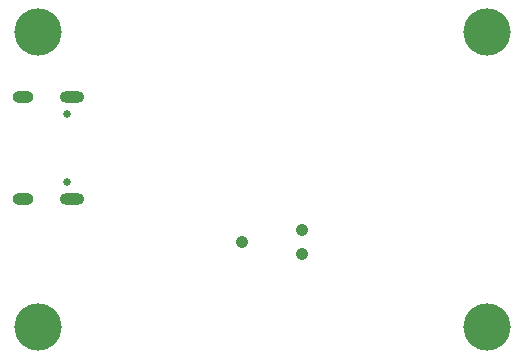
<source format=gbr>
%TF.GenerationSoftware,Altium Limited,Altium Designer,24.4.1 (13)*%
G04 Layer_Color=255*
%FSLAX45Y45*%
%MOMM*%
%TF.SameCoordinates,B8B7DE2E-4358-4D64-837E-663932822D10*%
%TF.FilePolarity,Positive*%
%TF.FileFunction,Pads,Bot*%
%TF.Part,Single*%
G01*
G75*
%TA.AperFunction,TestPad*%
%ADD41O,2.10000X1.00000*%
%ADD42C,0.65000*%
%ADD43O,1.80000X1.00000*%
%TA.AperFunction,ViaPad*%
%ADD44C,4.00000*%
%TA.AperFunction,ComponentPad*%
%ADD45C,1.06700*%
D41*
X-1609750Y-167000D02*
D03*
Y697000D02*
D03*
D42*
X-1659750Y554000D02*
D03*
Y-24000D02*
D03*
D43*
X-2027750Y697000D02*
D03*
Y-167000D02*
D03*
D44*
X-1900000Y1250000D02*
D03*
Y-1250000D02*
D03*
X1900000D02*
D03*
Y1250000D02*
D03*
D45*
X334000Y-636600D02*
D03*
Y-433400D02*
D03*
X-174000Y-535000D02*
D03*
%TF.MD5,b612d4d39e1f5e7077582c17ee859d36*%
M02*

</source>
